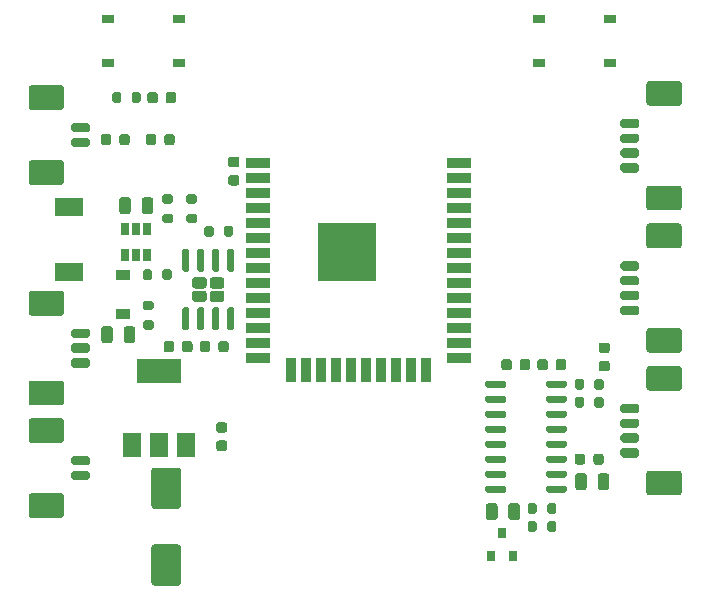
<source format=gbr>
%TF.GenerationSoftware,KiCad,Pcbnew,(5.1.12)-1*%
%TF.CreationDate,2022-08-07T17:33:45+09:00*%
%TF.ProjectId,STAC,53544143-2e6b-4696-9361-645f70636258,rev?*%
%TF.SameCoordinates,Original*%
%TF.FileFunction,Paste,Top*%
%TF.FilePolarity,Positive*%
%FSLAX46Y46*%
G04 Gerber Fmt 4.6, Leading zero omitted, Abs format (unit mm)*
G04 Created by KiCad (PCBNEW (5.1.12)-1) date 2022-08-07 17:33:45*
%MOMM*%
%LPD*%
G01*
G04 APERTURE LIST*
%ADD10R,1.200000X0.900000*%
%ADD11R,2.400000X1.500000*%
%ADD12R,0.800000X0.900000*%
%ADD13R,1.000000X0.750000*%
%ADD14R,0.650000X1.060000*%
%ADD15R,3.800000X2.000000*%
%ADD16R,1.500000X2.000000*%
%ADD17R,5.000000X5.000000*%
%ADD18R,2.000000X0.900000*%
%ADD19R,0.900000X2.000000*%
G04 APERTURE END LIST*
%TO.C,U5*%
G36*
G01*
X116791000Y-85194000D02*
X116791000Y-85494000D01*
G75*
G02*
X116641000Y-85644000I-150000J0D01*
G01*
X115191000Y-85644000D01*
G75*
G02*
X115041000Y-85494000I0J150000D01*
G01*
X115041000Y-85194000D01*
G75*
G02*
X115191000Y-85044000I150000J0D01*
G01*
X116641000Y-85044000D01*
G75*
G02*
X116791000Y-85194000I0J-150000D01*
G01*
G37*
G36*
G01*
X116791000Y-83924000D02*
X116791000Y-84224000D01*
G75*
G02*
X116641000Y-84374000I-150000J0D01*
G01*
X115191000Y-84374000D01*
G75*
G02*
X115041000Y-84224000I0J150000D01*
G01*
X115041000Y-83924000D01*
G75*
G02*
X115191000Y-83774000I150000J0D01*
G01*
X116641000Y-83774000D01*
G75*
G02*
X116791000Y-83924000I0J-150000D01*
G01*
G37*
G36*
G01*
X116791000Y-82654000D02*
X116791000Y-82954000D01*
G75*
G02*
X116641000Y-83104000I-150000J0D01*
G01*
X115191000Y-83104000D01*
G75*
G02*
X115041000Y-82954000I0J150000D01*
G01*
X115041000Y-82654000D01*
G75*
G02*
X115191000Y-82504000I150000J0D01*
G01*
X116641000Y-82504000D01*
G75*
G02*
X116791000Y-82654000I0J-150000D01*
G01*
G37*
G36*
G01*
X116791000Y-81384000D02*
X116791000Y-81684000D01*
G75*
G02*
X116641000Y-81834000I-150000J0D01*
G01*
X115191000Y-81834000D01*
G75*
G02*
X115041000Y-81684000I0J150000D01*
G01*
X115041000Y-81384000D01*
G75*
G02*
X115191000Y-81234000I150000J0D01*
G01*
X116641000Y-81234000D01*
G75*
G02*
X116791000Y-81384000I0J-150000D01*
G01*
G37*
G36*
G01*
X116791000Y-80114000D02*
X116791000Y-80414000D01*
G75*
G02*
X116641000Y-80564000I-150000J0D01*
G01*
X115191000Y-80564000D01*
G75*
G02*
X115041000Y-80414000I0J150000D01*
G01*
X115041000Y-80114000D01*
G75*
G02*
X115191000Y-79964000I150000J0D01*
G01*
X116641000Y-79964000D01*
G75*
G02*
X116791000Y-80114000I0J-150000D01*
G01*
G37*
G36*
G01*
X116791000Y-78844000D02*
X116791000Y-79144000D01*
G75*
G02*
X116641000Y-79294000I-150000J0D01*
G01*
X115191000Y-79294000D01*
G75*
G02*
X115041000Y-79144000I0J150000D01*
G01*
X115041000Y-78844000D01*
G75*
G02*
X115191000Y-78694000I150000J0D01*
G01*
X116641000Y-78694000D01*
G75*
G02*
X116791000Y-78844000I0J-150000D01*
G01*
G37*
G36*
G01*
X116791000Y-77574000D02*
X116791000Y-77874000D01*
G75*
G02*
X116641000Y-78024000I-150000J0D01*
G01*
X115191000Y-78024000D01*
G75*
G02*
X115041000Y-77874000I0J150000D01*
G01*
X115041000Y-77574000D01*
G75*
G02*
X115191000Y-77424000I150000J0D01*
G01*
X116641000Y-77424000D01*
G75*
G02*
X116791000Y-77574000I0J-150000D01*
G01*
G37*
G36*
G01*
X116791000Y-76304000D02*
X116791000Y-76604000D01*
G75*
G02*
X116641000Y-76754000I-150000J0D01*
G01*
X115191000Y-76754000D01*
G75*
G02*
X115041000Y-76604000I0J150000D01*
G01*
X115041000Y-76304000D01*
G75*
G02*
X115191000Y-76154000I150000J0D01*
G01*
X116641000Y-76154000D01*
G75*
G02*
X116791000Y-76304000I0J-150000D01*
G01*
G37*
G36*
G01*
X121941000Y-76304000D02*
X121941000Y-76604000D01*
G75*
G02*
X121791000Y-76754000I-150000J0D01*
G01*
X120341000Y-76754000D01*
G75*
G02*
X120191000Y-76604000I0J150000D01*
G01*
X120191000Y-76304000D01*
G75*
G02*
X120341000Y-76154000I150000J0D01*
G01*
X121791000Y-76154000D01*
G75*
G02*
X121941000Y-76304000I0J-150000D01*
G01*
G37*
G36*
G01*
X121941000Y-77574000D02*
X121941000Y-77874000D01*
G75*
G02*
X121791000Y-78024000I-150000J0D01*
G01*
X120341000Y-78024000D01*
G75*
G02*
X120191000Y-77874000I0J150000D01*
G01*
X120191000Y-77574000D01*
G75*
G02*
X120341000Y-77424000I150000J0D01*
G01*
X121791000Y-77424000D01*
G75*
G02*
X121941000Y-77574000I0J-150000D01*
G01*
G37*
G36*
G01*
X121941000Y-78844000D02*
X121941000Y-79144000D01*
G75*
G02*
X121791000Y-79294000I-150000J0D01*
G01*
X120341000Y-79294000D01*
G75*
G02*
X120191000Y-79144000I0J150000D01*
G01*
X120191000Y-78844000D01*
G75*
G02*
X120341000Y-78694000I150000J0D01*
G01*
X121791000Y-78694000D01*
G75*
G02*
X121941000Y-78844000I0J-150000D01*
G01*
G37*
G36*
G01*
X121941000Y-80114000D02*
X121941000Y-80414000D01*
G75*
G02*
X121791000Y-80564000I-150000J0D01*
G01*
X120341000Y-80564000D01*
G75*
G02*
X120191000Y-80414000I0J150000D01*
G01*
X120191000Y-80114000D01*
G75*
G02*
X120341000Y-79964000I150000J0D01*
G01*
X121791000Y-79964000D01*
G75*
G02*
X121941000Y-80114000I0J-150000D01*
G01*
G37*
G36*
G01*
X121941000Y-81384000D02*
X121941000Y-81684000D01*
G75*
G02*
X121791000Y-81834000I-150000J0D01*
G01*
X120341000Y-81834000D01*
G75*
G02*
X120191000Y-81684000I0J150000D01*
G01*
X120191000Y-81384000D01*
G75*
G02*
X120341000Y-81234000I150000J0D01*
G01*
X121791000Y-81234000D01*
G75*
G02*
X121941000Y-81384000I0J-150000D01*
G01*
G37*
G36*
G01*
X121941000Y-82654000D02*
X121941000Y-82954000D01*
G75*
G02*
X121791000Y-83104000I-150000J0D01*
G01*
X120341000Y-83104000D01*
G75*
G02*
X120191000Y-82954000I0J150000D01*
G01*
X120191000Y-82654000D01*
G75*
G02*
X120341000Y-82504000I150000J0D01*
G01*
X121791000Y-82504000D01*
G75*
G02*
X121941000Y-82654000I0J-150000D01*
G01*
G37*
G36*
G01*
X121941000Y-83924000D02*
X121941000Y-84224000D01*
G75*
G02*
X121791000Y-84374000I-150000J0D01*
G01*
X120341000Y-84374000D01*
G75*
G02*
X120191000Y-84224000I0J150000D01*
G01*
X120191000Y-83924000D01*
G75*
G02*
X120341000Y-83774000I150000J0D01*
G01*
X121791000Y-83774000D01*
G75*
G02*
X121941000Y-83924000I0J-150000D01*
G01*
G37*
G36*
G01*
X121941000Y-85194000D02*
X121941000Y-85494000D01*
G75*
G02*
X121791000Y-85644000I-150000J0D01*
G01*
X120341000Y-85644000D01*
G75*
G02*
X120191000Y-85494000I0J150000D01*
G01*
X120191000Y-85194000D01*
G75*
G02*
X120341000Y-85044000I150000J0D01*
G01*
X121791000Y-85044000D01*
G75*
G02*
X121941000Y-85194000I0J-150000D01*
G01*
G37*
%TD*%
%TO.C,C1*%
G36*
G01*
X84021000Y-61816000D02*
X84021000Y-60866000D01*
G75*
G02*
X84271000Y-60616000I250000J0D01*
G01*
X84771000Y-60616000D01*
G75*
G02*
X85021000Y-60866000I0J-250000D01*
G01*
X85021000Y-61816000D01*
G75*
G02*
X84771000Y-62066000I-250000J0D01*
G01*
X84271000Y-62066000D01*
G75*
G02*
X84021000Y-61816000I0J250000D01*
G01*
G37*
G36*
G01*
X85921000Y-61816000D02*
X85921000Y-60866000D01*
G75*
G02*
X86171000Y-60616000I250000J0D01*
G01*
X86671000Y-60616000D01*
G75*
G02*
X86921000Y-60866000I0J-250000D01*
G01*
X86921000Y-61816000D01*
G75*
G02*
X86671000Y-62066000I-250000J0D01*
G01*
X86171000Y-62066000D01*
G75*
G02*
X85921000Y-61816000I0J250000D01*
G01*
G37*
%TD*%
%TO.C,C2*%
G36*
G01*
X87011000Y-83519000D02*
X89011000Y-83519000D01*
G75*
G02*
X89261000Y-83769000I0J-250000D01*
G01*
X89261000Y-86769000D01*
G75*
G02*
X89011000Y-87019000I-250000J0D01*
G01*
X87011000Y-87019000D01*
G75*
G02*
X86761000Y-86769000I0J250000D01*
G01*
X86761000Y-83769000D01*
G75*
G02*
X87011000Y-83519000I250000J0D01*
G01*
G37*
G36*
G01*
X87011000Y-90019000D02*
X89011000Y-90019000D01*
G75*
G02*
X89261000Y-90269000I0J-250000D01*
G01*
X89261000Y-93269000D01*
G75*
G02*
X89011000Y-93519000I-250000J0D01*
G01*
X87011000Y-93519000D01*
G75*
G02*
X86761000Y-93269000I0J250000D01*
G01*
X86761000Y-90269000D01*
G75*
G02*
X87011000Y-90019000I250000J0D01*
G01*
G37*
%TD*%
%TO.C,C3*%
G36*
G01*
X83497000Y-71788000D02*
X83497000Y-72738000D01*
G75*
G02*
X83247000Y-72988000I-250000J0D01*
G01*
X82747000Y-72988000D01*
G75*
G02*
X82497000Y-72738000I0J250000D01*
G01*
X82497000Y-71788000D01*
G75*
G02*
X82747000Y-71538000I250000J0D01*
G01*
X83247000Y-71538000D01*
G75*
G02*
X83497000Y-71788000I0J-250000D01*
G01*
G37*
G36*
G01*
X85397000Y-71788000D02*
X85397000Y-72738000D01*
G75*
G02*
X85147000Y-72988000I-250000J0D01*
G01*
X84647000Y-72988000D01*
G75*
G02*
X84397000Y-72738000I0J250000D01*
G01*
X84397000Y-71788000D01*
G75*
G02*
X84647000Y-71538000I250000J0D01*
G01*
X85147000Y-71538000D01*
G75*
G02*
X85397000Y-71788000I0J-250000D01*
G01*
G37*
%TD*%
%TO.C,C4*%
G36*
G01*
X125345000Y-75380000D02*
X124845000Y-75380000D01*
G75*
G02*
X124620000Y-75155000I0J225000D01*
G01*
X124620000Y-74705000D01*
G75*
G02*
X124845000Y-74480000I225000J0D01*
G01*
X125345000Y-74480000D01*
G75*
G02*
X125570000Y-74705000I0J-225000D01*
G01*
X125570000Y-75155000D01*
G75*
G02*
X125345000Y-75380000I-225000J0D01*
G01*
G37*
G36*
G01*
X125345000Y-73830000D02*
X124845000Y-73830000D01*
G75*
G02*
X124620000Y-73605000I0J225000D01*
G01*
X124620000Y-73155000D01*
G75*
G02*
X124845000Y-72930000I225000J0D01*
G01*
X125345000Y-72930000D01*
G75*
G02*
X125570000Y-73155000I0J-225000D01*
G01*
X125570000Y-73605000D01*
G75*
G02*
X125345000Y-73830000I-225000J0D01*
G01*
G37*
%TD*%
%TO.C,C5*%
G36*
G01*
X92960000Y-82124000D02*
X92460000Y-82124000D01*
G75*
G02*
X92235000Y-81899000I0J225000D01*
G01*
X92235000Y-81449000D01*
G75*
G02*
X92460000Y-81224000I225000J0D01*
G01*
X92960000Y-81224000D01*
G75*
G02*
X93185000Y-81449000I0J-225000D01*
G01*
X93185000Y-81899000D01*
G75*
G02*
X92960000Y-82124000I-225000J0D01*
G01*
G37*
G36*
G01*
X92960000Y-80574000D02*
X92460000Y-80574000D01*
G75*
G02*
X92235000Y-80349000I0J225000D01*
G01*
X92235000Y-79899000D01*
G75*
G02*
X92460000Y-79674000I225000J0D01*
G01*
X92960000Y-79674000D01*
G75*
G02*
X93185000Y-79899000I0J-225000D01*
G01*
X93185000Y-80349000D01*
G75*
G02*
X92960000Y-80574000I-225000J0D01*
G01*
G37*
%TD*%
%TO.C,C6*%
G36*
G01*
X123629000Y-84234000D02*
X123629000Y-85184000D01*
G75*
G02*
X123379000Y-85434000I-250000J0D01*
G01*
X122879000Y-85434000D01*
G75*
G02*
X122629000Y-85184000I0J250000D01*
G01*
X122629000Y-84234000D01*
G75*
G02*
X122879000Y-83984000I250000J0D01*
G01*
X123379000Y-83984000D01*
G75*
G02*
X123629000Y-84234000I0J-250000D01*
G01*
G37*
G36*
G01*
X125529000Y-84234000D02*
X125529000Y-85184000D01*
G75*
G02*
X125279000Y-85434000I-250000J0D01*
G01*
X124779000Y-85434000D01*
G75*
G02*
X124529000Y-85184000I0J250000D01*
G01*
X124529000Y-84234000D01*
G75*
G02*
X124779000Y-83984000I250000J0D01*
G01*
X125279000Y-83984000D01*
G75*
G02*
X125529000Y-84234000I0J-250000D01*
G01*
G37*
%TD*%
%TO.C,C7*%
G36*
G01*
X86405000Y-52447000D02*
X86405000Y-51947000D01*
G75*
G02*
X86630000Y-51722000I225000J0D01*
G01*
X87080000Y-51722000D01*
G75*
G02*
X87305000Y-51947000I0J-225000D01*
G01*
X87305000Y-52447000D01*
G75*
G02*
X87080000Y-52672000I-225000J0D01*
G01*
X86630000Y-52672000D01*
G75*
G02*
X86405000Y-52447000I0J225000D01*
G01*
G37*
G36*
G01*
X87955000Y-52447000D02*
X87955000Y-51947000D01*
G75*
G02*
X88180000Y-51722000I225000J0D01*
G01*
X88630000Y-51722000D01*
G75*
G02*
X88855000Y-51947000I0J-225000D01*
G01*
X88855000Y-52447000D01*
G75*
G02*
X88630000Y-52672000I-225000J0D01*
G01*
X88180000Y-52672000D01*
G75*
G02*
X87955000Y-52447000I0J225000D01*
G01*
G37*
%TD*%
%TO.C,C8*%
G36*
G01*
X88689000Y-73029000D02*
X88689000Y-73529000D01*
G75*
G02*
X88464000Y-73754000I-225000J0D01*
G01*
X88014000Y-73754000D01*
G75*
G02*
X87789000Y-73529000I0J225000D01*
G01*
X87789000Y-73029000D01*
G75*
G02*
X88014000Y-72804000I225000J0D01*
G01*
X88464000Y-72804000D01*
G75*
G02*
X88689000Y-73029000I0J-225000D01*
G01*
G37*
G36*
G01*
X90239000Y-73029000D02*
X90239000Y-73529000D01*
G75*
G02*
X90014000Y-73754000I-225000J0D01*
G01*
X89564000Y-73754000D01*
G75*
G02*
X89339000Y-73529000I0J225000D01*
G01*
X89339000Y-73029000D01*
G75*
G02*
X89564000Y-72804000I225000J0D01*
G01*
X90014000Y-72804000D01*
G75*
G02*
X90239000Y-73029000I0J-225000D01*
G01*
G37*
%TD*%
%TO.C,C9*%
G36*
G01*
X116377000Y-75053000D02*
X116377000Y-74553000D01*
G75*
G02*
X116602000Y-74328000I225000J0D01*
G01*
X117052000Y-74328000D01*
G75*
G02*
X117277000Y-74553000I0J-225000D01*
G01*
X117277000Y-75053000D01*
G75*
G02*
X117052000Y-75278000I-225000J0D01*
G01*
X116602000Y-75278000D01*
G75*
G02*
X116377000Y-75053000I0J225000D01*
G01*
G37*
G36*
G01*
X117927000Y-75053000D02*
X117927000Y-74553000D01*
G75*
G02*
X118152000Y-74328000I225000J0D01*
G01*
X118602000Y-74328000D01*
G75*
G02*
X118827000Y-74553000I0J-225000D01*
G01*
X118827000Y-75053000D01*
G75*
G02*
X118602000Y-75278000I-225000J0D01*
G01*
X118152000Y-75278000D01*
G75*
G02*
X117927000Y-75053000I0J225000D01*
G01*
G37*
%TD*%
%TO.C,C10*%
G36*
G01*
X120975000Y-75053000D02*
X120975000Y-74553000D01*
G75*
G02*
X121200000Y-74328000I225000J0D01*
G01*
X121650000Y-74328000D01*
G75*
G02*
X121875000Y-74553000I0J-225000D01*
G01*
X121875000Y-75053000D01*
G75*
G02*
X121650000Y-75278000I-225000J0D01*
G01*
X121200000Y-75278000D01*
G75*
G02*
X120975000Y-75053000I0J225000D01*
G01*
G37*
G36*
G01*
X119425000Y-75053000D02*
X119425000Y-74553000D01*
G75*
G02*
X119650000Y-74328000I225000J0D01*
G01*
X120100000Y-74328000D01*
G75*
G02*
X120325000Y-74553000I0J-225000D01*
G01*
X120325000Y-75053000D01*
G75*
G02*
X120100000Y-75278000I-225000J0D01*
G01*
X119650000Y-75278000D01*
G75*
G02*
X119425000Y-75053000I0J225000D01*
G01*
G37*
%TD*%
%TO.C,C11*%
G36*
G01*
X93476000Y-58745000D02*
X93976000Y-58745000D01*
G75*
G02*
X94201000Y-58970000I0J-225000D01*
G01*
X94201000Y-59420000D01*
G75*
G02*
X93976000Y-59645000I-225000J0D01*
G01*
X93476000Y-59645000D01*
G75*
G02*
X93251000Y-59420000I0J225000D01*
G01*
X93251000Y-58970000D01*
G75*
G02*
X93476000Y-58745000I225000J0D01*
G01*
G37*
G36*
G01*
X93476000Y-57195000D02*
X93976000Y-57195000D01*
G75*
G02*
X94201000Y-57420000I0J-225000D01*
G01*
X94201000Y-57870000D01*
G75*
G02*
X93976000Y-58095000I-225000J0D01*
G01*
X93476000Y-58095000D01*
G75*
G02*
X93251000Y-57870000I0J225000D01*
G01*
X93251000Y-57420000D01*
G75*
G02*
X93476000Y-57195000I225000J0D01*
G01*
G37*
%TD*%
%TO.C,C12*%
G36*
G01*
X115070000Y-87724000D02*
X115070000Y-86774000D01*
G75*
G02*
X115320000Y-86524000I250000J0D01*
G01*
X115820000Y-86524000D01*
G75*
G02*
X116070000Y-86774000I0J-250000D01*
G01*
X116070000Y-87724000D01*
G75*
G02*
X115820000Y-87974000I-250000J0D01*
G01*
X115320000Y-87974000D01*
G75*
G02*
X115070000Y-87724000I0J250000D01*
G01*
G37*
G36*
G01*
X116970000Y-87724000D02*
X116970000Y-86774000D01*
G75*
G02*
X117220000Y-86524000I250000J0D01*
G01*
X117720000Y-86524000D01*
G75*
G02*
X117970000Y-86774000I0J-250000D01*
G01*
X117970000Y-87724000D01*
G75*
G02*
X117720000Y-87974000I-250000J0D01*
G01*
X117220000Y-87974000D01*
G75*
G02*
X116970000Y-87724000I0J250000D01*
G01*
G37*
%TD*%
D10*
%TO.C,D1*%
X84328000Y-70484000D03*
X84328000Y-67184000D03*
%TD*%
%TO.C,D2*%
G36*
G01*
X87153000Y-55496750D02*
X87153000Y-56009250D01*
G75*
G02*
X86934250Y-56228000I-218750J0D01*
G01*
X86496750Y-56228000D01*
G75*
G02*
X86278000Y-56009250I0J218750D01*
G01*
X86278000Y-55496750D01*
G75*
G02*
X86496750Y-55278000I218750J0D01*
G01*
X86934250Y-55278000D01*
G75*
G02*
X87153000Y-55496750I0J-218750D01*
G01*
G37*
G36*
G01*
X88728000Y-55496750D02*
X88728000Y-56009250D01*
G75*
G02*
X88509250Y-56228000I-218750J0D01*
G01*
X88071750Y-56228000D01*
G75*
G02*
X87853000Y-56009250I0J218750D01*
G01*
X87853000Y-55496750D01*
G75*
G02*
X88071750Y-55278000I218750J0D01*
G01*
X88509250Y-55278000D01*
G75*
G02*
X88728000Y-55496750I0J-218750D01*
G01*
G37*
%TD*%
%TO.C,D3*%
G36*
G01*
X83343000Y-55496750D02*
X83343000Y-56009250D01*
G75*
G02*
X83124250Y-56228000I-218750J0D01*
G01*
X82686750Y-56228000D01*
G75*
G02*
X82468000Y-56009250I0J218750D01*
G01*
X82468000Y-55496750D01*
G75*
G02*
X82686750Y-55278000I218750J0D01*
G01*
X83124250Y-55278000D01*
G75*
G02*
X83343000Y-55496750I0J-218750D01*
G01*
G37*
G36*
G01*
X84918000Y-55496750D02*
X84918000Y-56009250D01*
G75*
G02*
X84699250Y-56228000I-218750J0D01*
G01*
X84261750Y-56228000D01*
G75*
G02*
X84043000Y-56009250I0J218750D01*
G01*
X84043000Y-55496750D01*
G75*
G02*
X84261750Y-55278000I218750J0D01*
G01*
X84699250Y-55278000D01*
G75*
G02*
X84918000Y-55496750I0J-218750D01*
G01*
G37*
%TD*%
%TO.C,D4*%
G36*
G01*
X93300000Y-73022750D02*
X93300000Y-73535250D01*
G75*
G02*
X93081250Y-73754000I-218750J0D01*
G01*
X92643750Y-73754000D01*
G75*
G02*
X92425000Y-73535250I0J218750D01*
G01*
X92425000Y-73022750D01*
G75*
G02*
X92643750Y-72804000I218750J0D01*
G01*
X93081250Y-72804000D01*
G75*
G02*
X93300000Y-73022750I0J-218750D01*
G01*
G37*
G36*
G01*
X91725000Y-73022750D02*
X91725000Y-73535250D01*
G75*
G02*
X91506250Y-73754000I-218750J0D01*
G01*
X91068750Y-73754000D01*
G75*
G02*
X90850000Y-73535250I0J218750D01*
G01*
X90850000Y-73022750D01*
G75*
G02*
X91068750Y-72804000I218750J0D01*
G01*
X91506250Y-72804000D01*
G75*
G02*
X91725000Y-73022750I0J-218750D01*
G01*
G37*
%TD*%
%TO.C,J1*%
G36*
G01*
X76608999Y-57497000D02*
X79109001Y-57497000D01*
G75*
G02*
X79359000Y-57746999I0J-249999D01*
G01*
X79359000Y-59347001D01*
G75*
G02*
X79109001Y-59597000I-249999J0D01*
G01*
X76608999Y-59597000D01*
G75*
G02*
X76359000Y-59347001I0J249999D01*
G01*
X76359000Y-57746999D01*
G75*
G02*
X76608999Y-57497000I249999J0D01*
G01*
G37*
G36*
G01*
X76608999Y-51147000D02*
X79109001Y-51147000D01*
G75*
G02*
X79359000Y-51396999I0J-249999D01*
G01*
X79359000Y-52997001D01*
G75*
G02*
X79109001Y-53247000I-249999J0D01*
G01*
X76608999Y-53247000D01*
G75*
G02*
X76359000Y-52997001I0J249999D01*
G01*
X76359000Y-51396999D01*
G75*
G02*
X76608999Y-51147000I249999J0D01*
G01*
G37*
G36*
G01*
X80159000Y-55597000D02*
X81359000Y-55597000D01*
G75*
G02*
X81559000Y-55797000I0J-200000D01*
G01*
X81559000Y-56197000D01*
G75*
G02*
X81359000Y-56397000I-200000J0D01*
G01*
X80159000Y-56397000D01*
G75*
G02*
X79959000Y-56197000I0J200000D01*
G01*
X79959000Y-55797000D01*
G75*
G02*
X80159000Y-55597000I200000J0D01*
G01*
G37*
G36*
G01*
X80159000Y-54347000D02*
X81359000Y-54347000D01*
G75*
G02*
X81559000Y-54547000I0J-200000D01*
G01*
X81559000Y-54947000D01*
G75*
G02*
X81359000Y-55147000I-200000J0D01*
G01*
X80159000Y-55147000D01*
G75*
G02*
X79959000Y-54947000I0J200000D01*
G01*
X79959000Y-54547000D01*
G75*
G02*
X80159000Y-54347000I200000J0D01*
G01*
G37*
%TD*%
%TO.C,J2*%
G36*
G01*
X80159000Y-82541000D02*
X81359000Y-82541000D01*
G75*
G02*
X81559000Y-82741000I0J-200000D01*
G01*
X81559000Y-83141000D01*
G75*
G02*
X81359000Y-83341000I-200000J0D01*
G01*
X80159000Y-83341000D01*
G75*
G02*
X79959000Y-83141000I0J200000D01*
G01*
X79959000Y-82741000D01*
G75*
G02*
X80159000Y-82541000I200000J0D01*
G01*
G37*
G36*
G01*
X80159000Y-83791000D02*
X81359000Y-83791000D01*
G75*
G02*
X81559000Y-83991000I0J-200000D01*
G01*
X81559000Y-84391000D01*
G75*
G02*
X81359000Y-84591000I-200000J0D01*
G01*
X80159000Y-84591000D01*
G75*
G02*
X79959000Y-84391000I0J200000D01*
G01*
X79959000Y-83991000D01*
G75*
G02*
X80159000Y-83791000I200000J0D01*
G01*
G37*
G36*
G01*
X76608999Y-79341000D02*
X79109001Y-79341000D01*
G75*
G02*
X79359000Y-79590999I0J-249999D01*
G01*
X79359000Y-81191001D01*
G75*
G02*
X79109001Y-81441000I-249999J0D01*
G01*
X76608999Y-81441000D01*
G75*
G02*
X76359000Y-81191001I0J249999D01*
G01*
X76359000Y-79590999D01*
G75*
G02*
X76608999Y-79341000I249999J0D01*
G01*
G37*
G36*
G01*
X76608999Y-85691000D02*
X79109001Y-85691000D01*
G75*
G02*
X79359000Y-85940999I0J-249999D01*
G01*
X79359000Y-87541001D01*
G75*
G02*
X79109001Y-87791000I-249999J0D01*
G01*
X76608999Y-87791000D01*
G75*
G02*
X76359000Y-87541001I0J249999D01*
G01*
X76359000Y-85940999D01*
G75*
G02*
X76608999Y-85691000I249999J0D01*
G01*
G37*
%TD*%
%TO.C,J3*%
G36*
G01*
X131417001Y-77016000D02*
X128916999Y-77016000D01*
G75*
G02*
X128667000Y-76766001I0J249999D01*
G01*
X128667000Y-75165999D01*
G75*
G02*
X128916999Y-74916000I249999J0D01*
G01*
X131417001Y-74916000D01*
G75*
G02*
X131667000Y-75165999I0J-249999D01*
G01*
X131667000Y-76766001D01*
G75*
G02*
X131417001Y-77016000I-249999J0D01*
G01*
G37*
G36*
G01*
X131417001Y-85866000D02*
X128916999Y-85866000D01*
G75*
G02*
X128667000Y-85616001I0J249999D01*
G01*
X128667000Y-84015999D01*
G75*
G02*
X128916999Y-83766000I249999J0D01*
G01*
X131417001Y-83766000D01*
G75*
G02*
X131667000Y-84015999I0J-249999D01*
G01*
X131667000Y-85616001D01*
G75*
G02*
X131417001Y-85866000I-249999J0D01*
G01*
G37*
G36*
G01*
X127867000Y-78916000D02*
X126667000Y-78916000D01*
G75*
G02*
X126467000Y-78716000I0J200000D01*
G01*
X126467000Y-78316000D01*
G75*
G02*
X126667000Y-78116000I200000J0D01*
G01*
X127867000Y-78116000D01*
G75*
G02*
X128067000Y-78316000I0J-200000D01*
G01*
X128067000Y-78716000D01*
G75*
G02*
X127867000Y-78916000I-200000J0D01*
G01*
G37*
G36*
G01*
X127867000Y-80166000D02*
X126667000Y-80166000D01*
G75*
G02*
X126467000Y-79966000I0J200000D01*
G01*
X126467000Y-79566000D01*
G75*
G02*
X126667000Y-79366000I200000J0D01*
G01*
X127867000Y-79366000D01*
G75*
G02*
X128067000Y-79566000I0J-200000D01*
G01*
X128067000Y-79966000D01*
G75*
G02*
X127867000Y-80166000I-200000J0D01*
G01*
G37*
G36*
G01*
X127867000Y-81416000D02*
X126667000Y-81416000D01*
G75*
G02*
X126467000Y-81216000I0J200000D01*
G01*
X126467000Y-80816000D01*
G75*
G02*
X126667000Y-80616000I200000J0D01*
G01*
X127867000Y-80616000D01*
G75*
G02*
X128067000Y-80816000I0J-200000D01*
G01*
X128067000Y-81216000D01*
G75*
G02*
X127867000Y-81416000I-200000J0D01*
G01*
G37*
G36*
G01*
X127867000Y-82666000D02*
X126667000Y-82666000D01*
G75*
G02*
X126467000Y-82466000I0J200000D01*
G01*
X126467000Y-82066000D01*
G75*
G02*
X126667000Y-81866000I200000J0D01*
G01*
X127867000Y-81866000D01*
G75*
G02*
X128067000Y-82066000I0J-200000D01*
G01*
X128067000Y-82466000D01*
G75*
G02*
X127867000Y-82666000I-200000J0D01*
G01*
G37*
%TD*%
%TO.C,J4*%
G36*
G01*
X127867000Y-58536000D02*
X126667000Y-58536000D01*
G75*
G02*
X126467000Y-58336000I0J200000D01*
G01*
X126467000Y-57936000D01*
G75*
G02*
X126667000Y-57736000I200000J0D01*
G01*
X127867000Y-57736000D01*
G75*
G02*
X128067000Y-57936000I0J-200000D01*
G01*
X128067000Y-58336000D01*
G75*
G02*
X127867000Y-58536000I-200000J0D01*
G01*
G37*
G36*
G01*
X127867000Y-57286000D02*
X126667000Y-57286000D01*
G75*
G02*
X126467000Y-57086000I0J200000D01*
G01*
X126467000Y-56686000D01*
G75*
G02*
X126667000Y-56486000I200000J0D01*
G01*
X127867000Y-56486000D01*
G75*
G02*
X128067000Y-56686000I0J-200000D01*
G01*
X128067000Y-57086000D01*
G75*
G02*
X127867000Y-57286000I-200000J0D01*
G01*
G37*
G36*
G01*
X127867000Y-56036000D02*
X126667000Y-56036000D01*
G75*
G02*
X126467000Y-55836000I0J200000D01*
G01*
X126467000Y-55436000D01*
G75*
G02*
X126667000Y-55236000I200000J0D01*
G01*
X127867000Y-55236000D01*
G75*
G02*
X128067000Y-55436000I0J-200000D01*
G01*
X128067000Y-55836000D01*
G75*
G02*
X127867000Y-56036000I-200000J0D01*
G01*
G37*
G36*
G01*
X127867000Y-54786000D02*
X126667000Y-54786000D01*
G75*
G02*
X126467000Y-54586000I0J200000D01*
G01*
X126467000Y-54186000D01*
G75*
G02*
X126667000Y-53986000I200000J0D01*
G01*
X127867000Y-53986000D01*
G75*
G02*
X128067000Y-54186000I0J-200000D01*
G01*
X128067000Y-54586000D01*
G75*
G02*
X127867000Y-54786000I-200000J0D01*
G01*
G37*
G36*
G01*
X131417001Y-61736000D02*
X128916999Y-61736000D01*
G75*
G02*
X128667000Y-61486001I0J249999D01*
G01*
X128667000Y-59885999D01*
G75*
G02*
X128916999Y-59636000I249999J0D01*
G01*
X131417001Y-59636000D01*
G75*
G02*
X131667000Y-59885999I0J-249999D01*
G01*
X131667000Y-61486001D01*
G75*
G02*
X131417001Y-61736000I-249999J0D01*
G01*
G37*
G36*
G01*
X131417001Y-52886000D02*
X128916999Y-52886000D01*
G75*
G02*
X128667000Y-52636001I0J249999D01*
G01*
X128667000Y-51035999D01*
G75*
G02*
X128916999Y-50786000I249999J0D01*
G01*
X131417001Y-50786000D01*
G75*
G02*
X131667000Y-51035999I0J-249999D01*
G01*
X131667000Y-52636001D01*
G75*
G02*
X131417001Y-52886000I-249999J0D01*
G01*
G37*
%TD*%
%TO.C,J5*%
G36*
G01*
X127867000Y-70601000D02*
X126667000Y-70601000D01*
G75*
G02*
X126467000Y-70401000I0J200000D01*
G01*
X126467000Y-70001000D01*
G75*
G02*
X126667000Y-69801000I200000J0D01*
G01*
X127867000Y-69801000D01*
G75*
G02*
X128067000Y-70001000I0J-200000D01*
G01*
X128067000Y-70401000D01*
G75*
G02*
X127867000Y-70601000I-200000J0D01*
G01*
G37*
G36*
G01*
X127867000Y-69351000D02*
X126667000Y-69351000D01*
G75*
G02*
X126467000Y-69151000I0J200000D01*
G01*
X126467000Y-68751000D01*
G75*
G02*
X126667000Y-68551000I200000J0D01*
G01*
X127867000Y-68551000D01*
G75*
G02*
X128067000Y-68751000I0J-200000D01*
G01*
X128067000Y-69151000D01*
G75*
G02*
X127867000Y-69351000I-200000J0D01*
G01*
G37*
G36*
G01*
X127867000Y-68101000D02*
X126667000Y-68101000D01*
G75*
G02*
X126467000Y-67901000I0J200000D01*
G01*
X126467000Y-67501000D01*
G75*
G02*
X126667000Y-67301000I200000J0D01*
G01*
X127867000Y-67301000D01*
G75*
G02*
X128067000Y-67501000I0J-200000D01*
G01*
X128067000Y-67901000D01*
G75*
G02*
X127867000Y-68101000I-200000J0D01*
G01*
G37*
G36*
G01*
X127867000Y-66851000D02*
X126667000Y-66851000D01*
G75*
G02*
X126467000Y-66651000I0J200000D01*
G01*
X126467000Y-66251000D01*
G75*
G02*
X126667000Y-66051000I200000J0D01*
G01*
X127867000Y-66051000D01*
G75*
G02*
X128067000Y-66251000I0J-200000D01*
G01*
X128067000Y-66651000D01*
G75*
G02*
X127867000Y-66851000I-200000J0D01*
G01*
G37*
G36*
G01*
X131417001Y-73801000D02*
X128916999Y-73801000D01*
G75*
G02*
X128667000Y-73551001I0J249999D01*
G01*
X128667000Y-71950999D01*
G75*
G02*
X128916999Y-71701000I249999J0D01*
G01*
X131417001Y-71701000D01*
G75*
G02*
X131667000Y-71950999I0J-249999D01*
G01*
X131667000Y-73551001D01*
G75*
G02*
X131417001Y-73801000I-249999J0D01*
G01*
G37*
G36*
G01*
X131417001Y-64951000D02*
X128916999Y-64951000D01*
G75*
G02*
X128667000Y-64701001I0J249999D01*
G01*
X128667000Y-63100999D01*
G75*
G02*
X128916999Y-62851000I249999J0D01*
G01*
X131417001Y-62851000D01*
G75*
G02*
X131667000Y-63100999I0J-249999D01*
G01*
X131667000Y-64701001D01*
G75*
G02*
X131417001Y-64951000I-249999J0D01*
G01*
G37*
%TD*%
D11*
%TO.C,L1*%
X79756000Y-61429000D03*
X79756000Y-66929000D03*
%TD*%
%TO.C,L2*%
G36*
G01*
X125050000Y-82547750D02*
X125050000Y-83060250D01*
G75*
G02*
X124831250Y-83279000I-218750J0D01*
G01*
X124393750Y-83279000D01*
G75*
G02*
X124175000Y-83060250I0J218750D01*
G01*
X124175000Y-82547750D01*
G75*
G02*
X124393750Y-82329000I218750J0D01*
G01*
X124831250Y-82329000D01*
G75*
G02*
X125050000Y-82547750I0J-218750D01*
G01*
G37*
G36*
G01*
X123475000Y-82547750D02*
X123475000Y-83060250D01*
G75*
G02*
X123256250Y-83279000I-218750J0D01*
G01*
X122818750Y-83279000D01*
G75*
G02*
X122600000Y-83060250I0J218750D01*
G01*
X122600000Y-82547750D01*
G75*
G02*
X122818750Y-82329000I218750J0D01*
G01*
X123256250Y-82329000D01*
G75*
G02*
X123475000Y-82547750I0J-218750D01*
G01*
G37*
%TD*%
D12*
%TO.C,Q1*%
X115509000Y-91043000D03*
X117409000Y-91043000D03*
X116459000Y-89043000D03*
%TD*%
%TO.C,R1*%
G36*
G01*
X92881000Y-63775000D02*
X92881000Y-63225000D01*
G75*
G02*
X93081000Y-63025000I200000J0D01*
G01*
X93481000Y-63025000D01*
G75*
G02*
X93681000Y-63225000I0J-200000D01*
G01*
X93681000Y-63775000D01*
G75*
G02*
X93481000Y-63975000I-200000J0D01*
G01*
X93081000Y-63975000D01*
G75*
G02*
X92881000Y-63775000I0J200000D01*
G01*
G37*
G36*
G01*
X91231000Y-63775000D02*
X91231000Y-63225000D01*
G75*
G02*
X91431000Y-63025000I200000J0D01*
G01*
X91831000Y-63025000D01*
G75*
G02*
X92031000Y-63225000I0J-200000D01*
G01*
X92031000Y-63775000D01*
G75*
G02*
X91831000Y-63975000I-200000J0D01*
G01*
X91431000Y-63975000D01*
G75*
G02*
X91231000Y-63775000I0J200000D01*
G01*
G37*
%TD*%
%TO.C,R2*%
G36*
G01*
X86762000Y-71837000D02*
X86212000Y-71837000D01*
G75*
G02*
X86012000Y-71637000I0J200000D01*
G01*
X86012000Y-71237000D01*
G75*
G02*
X86212000Y-71037000I200000J0D01*
G01*
X86762000Y-71037000D01*
G75*
G02*
X86962000Y-71237000I0J-200000D01*
G01*
X86962000Y-71637000D01*
G75*
G02*
X86762000Y-71837000I-200000J0D01*
G01*
G37*
G36*
G01*
X86762000Y-70187000D02*
X86212000Y-70187000D01*
G75*
G02*
X86012000Y-69987000I0J200000D01*
G01*
X86012000Y-69587000D01*
G75*
G02*
X86212000Y-69387000I200000J0D01*
G01*
X86762000Y-69387000D01*
G75*
G02*
X86962000Y-69587000I0J-200000D01*
G01*
X86962000Y-69987000D01*
G75*
G02*
X86762000Y-70187000I-200000J0D01*
G01*
G37*
%TD*%
%TO.C,R3*%
G36*
G01*
X86024000Y-67458000D02*
X86024000Y-66908000D01*
G75*
G02*
X86224000Y-66708000I200000J0D01*
G01*
X86624000Y-66708000D01*
G75*
G02*
X86824000Y-66908000I0J-200000D01*
G01*
X86824000Y-67458000D01*
G75*
G02*
X86624000Y-67658000I-200000J0D01*
G01*
X86224000Y-67658000D01*
G75*
G02*
X86024000Y-67458000I0J200000D01*
G01*
G37*
G36*
G01*
X87674000Y-67458000D02*
X87674000Y-66908000D01*
G75*
G02*
X87874000Y-66708000I200000J0D01*
G01*
X88274000Y-66708000D01*
G75*
G02*
X88474000Y-66908000I0J-200000D01*
G01*
X88474000Y-67458000D01*
G75*
G02*
X88274000Y-67658000I-200000J0D01*
G01*
X87874000Y-67658000D01*
G75*
G02*
X87674000Y-67458000I0J200000D01*
G01*
G37*
%TD*%
%TO.C,R4*%
G36*
G01*
X89895000Y-60370000D02*
X90445000Y-60370000D01*
G75*
G02*
X90645000Y-60570000I0J-200000D01*
G01*
X90645000Y-60970000D01*
G75*
G02*
X90445000Y-61170000I-200000J0D01*
G01*
X89895000Y-61170000D01*
G75*
G02*
X89695000Y-60970000I0J200000D01*
G01*
X89695000Y-60570000D01*
G75*
G02*
X89895000Y-60370000I200000J0D01*
G01*
G37*
G36*
G01*
X89895000Y-62020000D02*
X90445000Y-62020000D01*
G75*
G02*
X90645000Y-62220000I0J-200000D01*
G01*
X90645000Y-62620000D01*
G75*
G02*
X90445000Y-62820000I-200000J0D01*
G01*
X89895000Y-62820000D01*
G75*
G02*
X89695000Y-62620000I0J200000D01*
G01*
X89695000Y-62220000D01*
G75*
G02*
X89895000Y-62020000I200000J0D01*
G01*
G37*
%TD*%
%TO.C,R5*%
G36*
G01*
X87863000Y-62020000D02*
X88413000Y-62020000D01*
G75*
G02*
X88613000Y-62220000I0J-200000D01*
G01*
X88613000Y-62620000D01*
G75*
G02*
X88413000Y-62820000I-200000J0D01*
G01*
X87863000Y-62820000D01*
G75*
G02*
X87663000Y-62620000I0J200000D01*
G01*
X87663000Y-62220000D01*
G75*
G02*
X87863000Y-62020000I200000J0D01*
G01*
G37*
G36*
G01*
X87863000Y-60370000D02*
X88413000Y-60370000D01*
G75*
G02*
X88613000Y-60570000I0J-200000D01*
G01*
X88613000Y-60970000D01*
G75*
G02*
X88413000Y-61170000I-200000J0D01*
G01*
X87863000Y-61170000D01*
G75*
G02*
X87663000Y-60970000I0J200000D01*
G01*
X87663000Y-60570000D01*
G75*
G02*
X87863000Y-60370000I200000J0D01*
G01*
G37*
%TD*%
%TO.C,R6*%
G36*
G01*
X122600000Y-78253000D02*
X122600000Y-77703000D01*
G75*
G02*
X122800000Y-77503000I200000J0D01*
G01*
X123200000Y-77503000D01*
G75*
G02*
X123400000Y-77703000I0J-200000D01*
G01*
X123400000Y-78253000D01*
G75*
G02*
X123200000Y-78453000I-200000J0D01*
G01*
X122800000Y-78453000D01*
G75*
G02*
X122600000Y-78253000I0J200000D01*
G01*
G37*
G36*
G01*
X124250000Y-78253000D02*
X124250000Y-77703000D01*
G75*
G02*
X124450000Y-77503000I200000J0D01*
G01*
X124850000Y-77503000D01*
G75*
G02*
X125050000Y-77703000I0J-200000D01*
G01*
X125050000Y-78253000D01*
G75*
G02*
X124850000Y-78453000I-200000J0D01*
G01*
X124450000Y-78453000D01*
G75*
G02*
X124250000Y-78253000I0J200000D01*
G01*
G37*
%TD*%
%TO.C,R7*%
G36*
G01*
X83421000Y-52472000D02*
X83421000Y-51922000D01*
G75*
G02*
X83621000Y-51722000I200000J0D01*
G01*
X84021000Y-51722000D01*
G75*
G02*
X84221000Y-51922000I0J-200000D01*
G01*
X84221000Y-52472000D01*
G75*
G02*
X84021000Y-52672000I-200000J0D01*
G01*
X83621000Y-52672000D01*
G75*
G02*
X83421000Y-52472000I0J200000D01*
G01*
G37*
G36*
G01*
X85071000Y-52472000D02*
X85071000Y-51922000D01*
G75*
G02*
X85271000Y-51722000I200000J0D01*
G01*
X85671000Y-51722000D01*
G75*
G02*
X85871000Y-51922000I0J-200000D01*
G01*
X85871000Y-52472000D01*
G75*
G02*
X85671000Y-52672000I-200000J0D01*
G01*
X85271000Y-52672000D01*
G75*
G02*
X85071000Y-52472000I0J200000D01*
G01*
G37*
%TD*%
%TO.C,R8*%
G36*
G01*
X124250000Y-76729000D02*
X124250000Y-76179000D01*
G75*
G02*
X124450000Y-75979000I200000J0D01*
G01*
X124850000Y-75979000D01*
G75*
G02*
X125050000Y-76179000I0J-200000D01*
G01*
X125050000Y-76729000D01*
G75*
G02*
X124850000Y-76929000I-200000J0D01*
G01*
X124450000Y-76929000D01*
G75*
G02*
X124250000Y-76729000I0J200000D01*
G01*
G37*
G36*
G01*
X122600000Y-76729000D02*
X122600000Y-76179000D01*
G75*
G02*
X122800000Y-75979000I200000J0D01*
G01*
X123200000Y-75979000D01*
G75*
G02*
X123400000Y-76179000I0J-200000D01*
G01*
X123400000Y-76729000D01*
G75*
G02*
X123200000Y-76929000I-200000J0D01*
G01*
X122800000Y-76929000D01*
G75*
G02*
X122600000Y-76729000I0J200000D01*
G01*
G37*
%TD*%
%TO.C,R9*%
G36*
G01*
X119400000Y-88244000D02*
X119400000Y-88794000D01*
G75*
G02*
X119200000Y-88994000I-200000J0D01*
G01*
X118800000Y-88994000D01*
G75*
G02*
X118600000Y-88794000I0J200000D01*
G01*
X118600000Y-88244000D01*
G75*
G02*
X118800000Y-88044000I200000J0D01*
G01*
X119200000Y-88044000D01*
G75*
G02*
X119400000Y-88244000I0J-200000D01*
G01*
G37*
G36*
G01*
X121050000Y-88244000D02*
X121050000Y-88794000D01*
G75*
G02*
X120850000Y-88994000I-200000J0D01*
G01*
X120450000Y-88994000D01*
G75*
G02*
X120250000Y-88794000I0J200000D01*
G01*
X120250000Y-88244000D01*
G75*
G02*
X120450000Y-88044000I200000J0D01*
G01*
X120850000Y-88044000D01*
G75*
G02*
X121050000Y-88244000I0J-200000D01*
G01*
G37*
%TD*%
%TO.C,R10*%
G36*
G01*
X120250000Y-87270000D02*
X120250000Y-86720000D01*
G75*
G02*
X120450000Y-86520000I200000J0D01*
G01*
X120850000Y-86520000D01*
G75*
G02*
X121050000Y-86720000I0J-200000D01*
G01*
X121050000Y-87270000D01*
G75*
G02*
X120850000Y-87470000I-200000J0D01*
G01*
X120450000Y-87470000D01*
G75*
G02*
X120250000Y-87270000I0J200000D01*
G01*
G37*
G36*
G01*
X118600000Y-87270000D02*
X118600000Y-86720000D01*
G75*
G02*
X118800000Y-86520000I200000J0D01*
G01*
X119200000Y-86520000D01*
G75*
G02*
X119400000Y-86720000I0J-200000D01*
G01*
X119400000Y-87270000D01*
G75*
G02*
X119200000Y-87470000I-200000J0D01*
G01*
X118800000Y-87470000D01*
G75*
G02*
X118600000Y-87270000I0J200000D01*
G01*
G37*
%TD*%
D13*
%TO.C,S1*%
X89106000Y-49246000D03*
X83106000Y-49246000D03*
X89106000Y-45496000D03*
X83106000Y-45496000D03*
%TD*%
%TO.C,S2*%
X119555000Y-45496000D03*
X125555000Y-45496000D03*
X119555000Y-49246000D03*
X125555000Y-49246000D03*
%TD*%
D14*
%TO.C,U2*%
X84521000Y-65489000D03*
X85471000Y-65489000D03*
X86421000Y-65489000D03*
X86421000Y-63289000D03*
X84521000Y-63289000D03*
X85471000Y-63289000D03*
%TD*%
D15*
%TO.C,U3*%
X87376000Y-75336000D03*
D16*
X87376000Y-81636000D03*
X89676000Y-81636000D03*
X85076000Y-81636000D03*
%TD*%
D17*
%TO.C,U4*%
X103318001Y-65228001D03*
D18*
X95818001Y-57728001D03*
X95818001Y-58998001D03*
X95818001Y-60268001D03*
X95818001Y-61538001D03*
X95818001Y-62808001D03*
X95818001Y-64078001D03*
X95818001Y-65348001D03*
X95818001Y-66618001D03*
X95818001Y-67888001D03*
X95818001Y-69158001D03*
X95818001Y-70428001D03*
X95818001Y-71698001D03*
X95818001Y-72968001D03*
X95818001Y-74238001D03*
D19*
X98603001Y-75238001D03*
X99873001Y-75238001D03*
X101143001Y-75238001D03*
X102413001Y-75238001D03*
X103683001Y-75238001D03*
X104953001Y-75238001D03*
X106223001Y-75238001D03*
X107493001Y-75238001D03*
X108763001Y-75238001D03*
X110033001Y-75238001D03*
D18*
X112818001Y-74238001D03*
X112818001Y-72968001D03*
X112818001Y-71698001D03*
X112818001Y-70428001D03*
X112818001Y-69158001D03*
X112818001Y-67888001D03*
X112818001Y-66618001D03*
X112818001Y-65348001D03*
X112818001Y-64078001D03*
X112818001Y-62808001D03*
X112818001Y-61538001D03*
X112818001Y-60268001D03*
X112818001Y-58998001D03*
X112818001Y-57728001D03*
%TD*%
%TO.C,J6*%
G36*
G01*
X80159000Y-71756000D02*
X81359000Y-71756000D01*
G75*
G02*
X81559000Y-71956000I0J-200000D01*
G01*
X81559000Y-72356000D01*
G75*
G02*
X81359000Y-72556000I-200000J0D01*
G01*
X80159000Y-72556000D01*
G75*
G02*
X79959000Y-72356000I0J200000D01*
G01*
X79959000Y-71956000D01*
G75*
G02*
X80159000Y-71756000I200000J0D01*
G01*
G37*
G36*
G01*
X80159000Y-73006000D02*
X81359000Y-73006000D01*
G75*
G02*
X81559000Y-73206000I0J-200000D01*
G01*
X81559000Y-73606000D01*
G75*
G02*
X81359000Y-73806000I-200000J0D01*
G01*
X80159000Y-73806000D01*
G75*
G02*
X79959000Y-73606000I0J200000D01*
G01*
X79959000Y-73206000D01*
G75*
G02*
X80159000Y-73006000I200000J0D01*
G01*
G37*
G36*
G01*
X80159000Y-74256000D02*
X81359000Y-74256000D01*
G75*
G02*
X81559000Y-74456000I0J-200000D01*
G01*
X81559000Y-74856000D01*
G75*
G02*
X81359000Y-75056000I-200000J0D01*
G01*
X80159000Y-75056000D01*
G75*
G02*
X79959000Y-74856000I0J200000D01*
G01*
X79959000Y-74456000D01*
G75*
G02*
X80159000Y-74256000I200000J0D01*
G01*
G37*
G36*
G01*
X76608999Y-68556000D02*
X79109001Y-68556000D01*
G75*
G02*
X79359000Y-68805999I0J-249999D01*
G01*
X79359000Y-70406001D01*
G75*
G02*
X79109001Y-70656000I-249999J0D01*
G01*
X76608999Y-70656000D01*
G75*
G02*
X76359000Y-70406001I0J249999D01*
G01*
X76359000Y-68805999D01*
G75*
G02*
X76608999Y-68556000I249999J0D01*
G01*
G37*
G36*
G01*
X76608999Y-76156000D02*
X79109001Y-76156000D01*
G75*
G02*
X79359000Y-76405999I0J-249999D01*
G01*
X79359000Y-78006001D01*
G75*
G02*
X79109001Y-78256000I-249999J0D01*
G01*
X76608999Y-78256000D01*
G75*
G02*
X76359000Y-78006001I0J249999D01*
G01*
X76359000Y-76405999D01*
G75*
G02*
X76608999Y-76156000I249999J0D01*
G01*
G37*
%TD*%
%TO.C,U1*%
G36*
G01*
X90432000Y-68543000D02*
X91202000Y-68543000D01*
G75*
G02*
X91442000Y-68783000I0J-240000D01*
G01*
X91442000Y-69263000D01*
G75*
G02*
X91202000Y-69503000I-240000J0D01*
G01*
X90432000Y-69503000D01*
G75*
G02*
X90192000Y-69263000I0J240000D01*
G01*
X90192000Y-68783000D01*
G75*
G02*
X90432000Y-68543000I240000J0D01*
G01*
G37*
G36*
G01*
X91932000Y-68543000D02*
X92702000Y-68543000D01*
G75*
G02*
X92942000Y-68783000I0J-240000D01*
G01*
X92942000Y-69263000D01*
G75*
G02*
X92702000Y-69503000I-240000J0D01*
G01*
X91932000Y-69503000D01*
G75*
G02*
X91692000Y-69263000I0J240000D01*
G01*
X91692000Y-68783000D01*
G75*
G02*
X91932000Y-68543000I240000J0D01*
G01*
G37*
G36*
G01*
X90432000Y-67403000D02*
X91202000Y-67403000D01*
G75*
G02*
X91442000Y-67643000I0J-240000D01*
G01*
X91442000Y-68123000D01*
G75*
G02*
X91202000Y-68363000I-240000J0D01*
G01*
X90432000Y-68363000D01*
G75*
G02*
X90192000Y-68123000I0J240000D01*
G01*
X90192000Y-67643000D01*
G75*
G02*
X90432000Y-67403000I240000J0D01*
G01*
G37*
G36*
G01*
X91932000Y-67403000D02*
X92702000Y-67403000D01*
G75*
G02*
X92942000Y-67643000I0J-240000D01*
G01*
X92942000Y-68123000D01*
G75*
G02*
X92702000Y-68363000I-240000J0D01*
G01*
X91932000Y-68363000D01*
G75*
G02*
X91692000Y-68123000I0J240000D01*
G01*
X91692000Y-67643000D01*
G75*
G02*
X91932000Y-67403000I240000J0D01*
G01*
G37*
G36*
G01*
X93322000Y-69953000D02*
X93622000Y-69953000D01*
G75*
G02*
X93772000Y-70103000I0J-150000D01*
G01*
X93772000Y-71753000D01*
G75*
G02*
X93622000Y-71903000I-150000J0D01*
G01*
X93322000Y-71903000D01*
G75*
G02*
X93172000Y-71753000I0J150000D01*
G01*
X93172000Y-70103000D01*
G75*
G02*
X93322000Y-69953000I150000J0D01*
G01*
G37*
G36*
G01*
X92052000Y-69953000D02*
X92352000Y-69953000D01*
G75*
G02*
X92502000Y-70103000I0J-150000D01*
G01*
X92502000Y-71753000D01*
G75*
G02*
X92352000Y-71903000I-150000J0D01*
G01*
X92052000Y-71903000D01*
G75*
G02*
X91902000Y-71753000I0J150000D01*
G01*
X91902000Y-70103000D01*
G75*
G02*
X92052000Y-69953000I150000J0D01*
G01*
G37*
G36*
G01*
X90782000Y-69953000D02*
X91082000Y-69953000D01*
G75*
G02*
X91232000Y-70103000I0J-150000D01*
G01*
X91232000Y-71753000D01*
G75*
G02*
X91082000Y-71903000I-150000J0D01*
G01*
X90782000Y-71903000D01*
G75*
G02*
X90632000Y-71753000I0J150000D01*
G01*
X90632000Y-70103000D01*
G75*
G02*
X90782000Y-69953000I150000J0D01*
G01*
G37*
G36*
G01*
X89512000Y-69953000D02*
X89812000Y-69953000D01*
G75*
G02*
X89962000Y-70103000I0J-150000D01*
G01*
X89962000Y-71753000D01*
G75*
G02*
X89812000Y-71903000I-150000J0D01*
G01*
X89512000Y-71903000D01*
G75*
G02*
X89362000Y-71753000I0J150000D01*
G01*
X89362000Y-70103000D01*
G75*
G02*
X89512000Y-69953000I150000J0D01*
G01*
G37*
G36*
G01*
X89512000Y-65003000D02*
X89812000Y-65003000D01*
G75*
G02*
X89962000Y-65153000I0J-150000D01*
G01*
X89962000Y-66803000D01*
G75*
G02*
X89812000Y-66953000I-150000J0D01*
G01*
X89512000Y-66953000D01*
G75*
G02*
X89362000Y-66803000I0J150000D01*
G01*
X89362000Y-65153000D01*
G75*
G02*
X89512000Y-65003000I150000J0D01*
G01*
G37*
G36*
G01*
X90782000Y-65003000D02*
X91082000Y-65003000D01*
G75*
G02*
X91232000Y-65153000I0J-150000D01*
G01*
X91232000Y-66803000D01*
G75*
G02*
X91082000Y-66953000I-150000J0D01*
G01*
X90782000Y-66953000D01*
G75*
G02*
X90632000Y-66803000I0J150000D01*
G01*
X90632000Y-65153000D01*
G75*
G02*
X90782000Y-65003000I150000J0D01*
G01*
G37*
G36*
G01*
X92052000Y-65003000D02*
X92352000Y-65003000D01*
G75*
G02*
X92502000Y-65153000I0J-150000D01*
G01*
X92502000Y-66803000D01*
G75*
G02*
X92352000Y-66953000I-150000J0D01*
G01*
X92052000Y-66953000D01*
G75*
G02*
X91902000Y-66803000I0J150000D01*
G01*
X91902000Y-65153000D01*
G75*
G02*
X92052000Y-65003000I150000J0D01*
G01*
G37*
G36*
G01*
X93322000Y-65003000D02*
X93622000Y-65003000D01*
G75*
G02*
X93772000Y-65153000I0J-150000D01*
G01*
X93772000Y-66803000D01*
G75*
G02*
X93622000Y-66953000I-150000J0D01*
G01*
X93322000Y-66953000D01*
G75*
G02*
X93172000Y-66803000I0J150000D01*
G01*
X93172000Y-65153000D01*
G75*
G02*
X93322000Y-65003000I150000J0D01*
G01*
G37*
%TD*%
M02*

</source>
